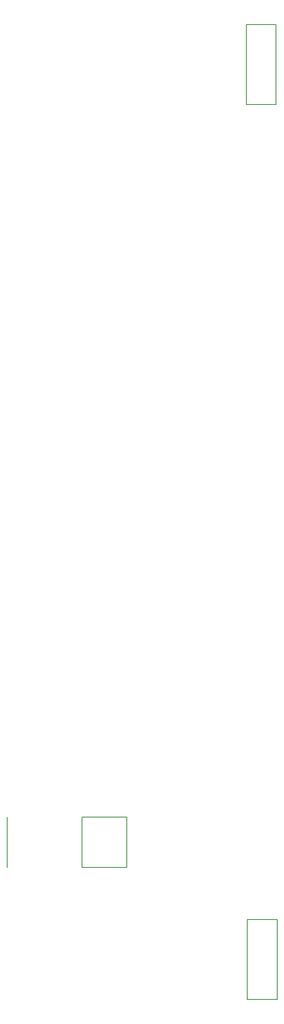
<source format=gto>
G75*
G70*
%OFA0B0*%
%FSLAX24Y24*%
%IPPOS*%
%LPD*%
%AMOC8*
5,1,8,0,0,1.08239X$1,22.5*
%
%ADD10C,0.0050*%
D10*
X008920Y037562D02*
X008920Y041538D01*
X014826Y041538D02*
X014826Y037562D01*
X018369Y037562D01*
X018369Y041538D01*
X014826Y041538D01*
X027857Y033487D02*
X027857Y027188D01*
X030219Y027188D01*
X030219Y033487D01*
X027857Y033487D01*
X027778Y097660D02*
X030141Y097660D01*
X030141Y103960D01*
X027778Y103960D01*
X027778Y097660D01*
M02*

</source>
